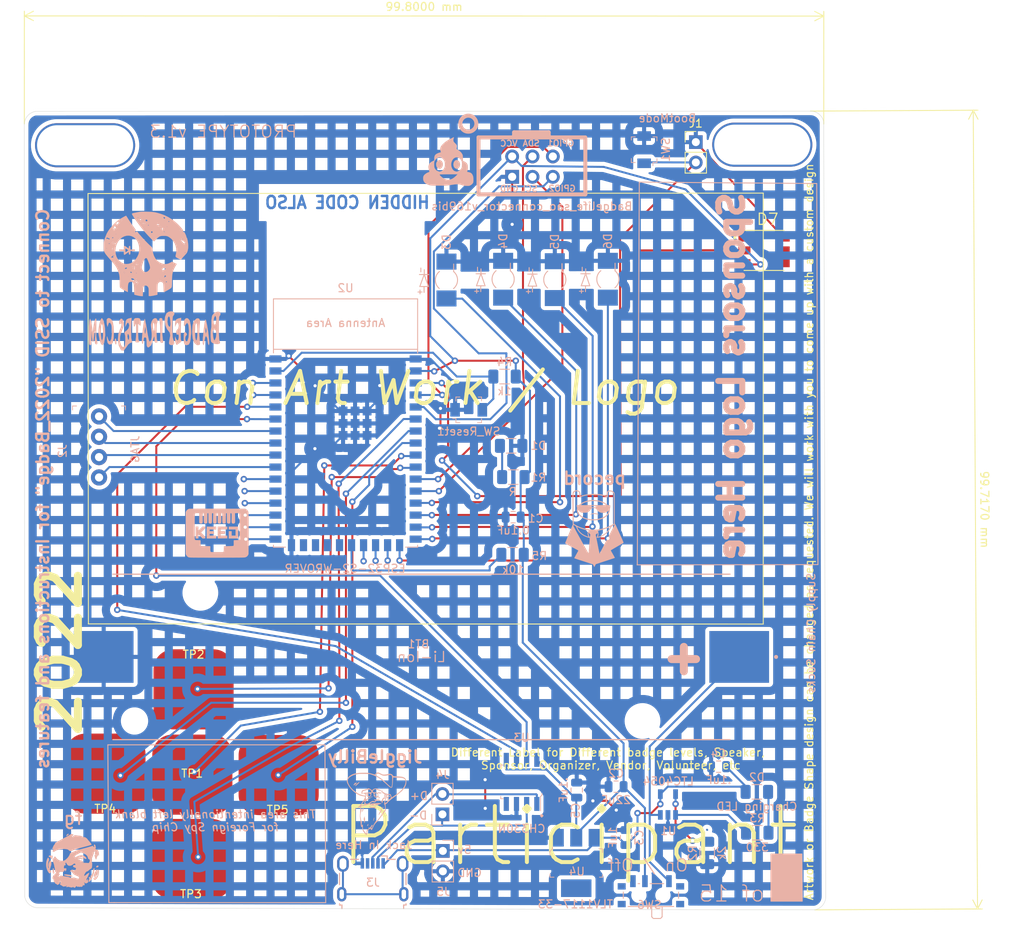
<source format=kicad_pcb>
(kicad_pcb (version 20211014) (generator pcbnew)
  (title_block (title "BadgePirates 2022 Prospect Board") (date "2021-12-29") (rev "1.3") (company "BadgePirates"))
  (layers (0 "F.Cu" signal) (31 "B.Cu" signal) (34 "B.Paste" user) (35 "F.Paste" user) (36 "B.SilkS" user "B.Silkscreen") (37 "F.SilkS" user "F.Silkscreen") (38 "B.Mask" user) (39 "F.Mask" user) (44 "Edge.Cuts" user))
  (net 0 "")
  (net 1 "GND")
  (net 2 "Net-(BT1-Pad1)")
  (net 3 "VCC")
  (net 4 "VBUS")
  (net 5 "D+")
  (net 6 "D-")
  (net 7 "Net-(D1-Pad2)")
  (net 8 "Net-(D2-Pad1)")
  (net 9 "IO10")
  (net 10 "IO11")
  (net 11 "IO12")
  (net 12 "IO13")
  (net 13 "Boot")
  (net 14 "IO39")
  (net 15 "IO40")
  (net 16 "IO41")
  (net 17 "IO42")
  (net 18 "Net-(R2-Pad1)")
  (net 19 "Net-(R3-Pad2)")
  (net 20 "Net-(R5-Pad1)")
  (net 21 "IO01")
  (net 22 "IO02")
  (net 23 "IO03")
  (net 24 "IO04")
  (net 25 "IO05")
  (net 26 "Net-(SW6-Pad3)")
  (net 27 "Net-(J3-Pad4)")
  (net 28 "IO14")
  (net 29 "IO06")
  (net 30 "IO07")
  (net 31 "IO08")
  (net 32 "IO09")
  (net 33 "Net-(U2-Pad23)")
  (net 34 "Net-(U2-Pad22)")
  (net 35 "Net-(U3-Pad4)")
  (net 36 "RESET")
  (net 37 "USB_TX_ESP_RX")
  (net 38 "USB_RX_ESP_TX")
  (net 39 "Net-(J3-Pad6)")
  (net 40 "Net-(U2-Pad40)")
  (net 41 "Net-(U2-Pad39)")
  (net 42 "Net-(U2-Pad32)")
  (net 43 "Net-(U2-Pad31)")
  (net 44 "Net-(U2-Pad30)")
  (net 45 "Net-(U2-Pad29)")
  (net 46 "Net-(U2-Pad28)")
  (net 47 "Net-(U2-Pad27)")
  (net 48 "Net-(U2-Pad25)")
  (net 49 "Net-(U2-Pad24)")
  (net 50 "Net-(U2-Pad20)")
  (net 51 "Net-(U2-Pad19)")
  (net 52 "Net-(U2-Pad18)")
  (net 53 "Net-(D7-Pad5)")
  (net 54 "Net-(D7-Pad1)")
  (footprint "BadgePirate:TouchPad_10x10mm" (layer "F.Cu") (at 93.1242 129.1512)
    (fp_text reference "TP1")
    (fp_text value "CT_Center" hide)
  )
  (footprint "BadgePirate:TouchPad_10x10mm" (layer "F.Cu") (at 93.2742 118.5012)
    (fp_text reference "TP2")
    (fp_text value "CT_Up" hide)
  )
  (footprint "BadgePirate:TouchPad_10x10mm" (layer "F.Cu") (at 93.15 139.525 180)
    (fp_text reference "TP3")
    (fp_text value "CT_Down" hide)
  )
  (footprint "BadgePirate:TouchPad_10x10mm" (layer "F.Cu") (at 82.4 129 90)
    (fp_text reference "TP4")
    (fp_text value "CT_Left" hide)
  )
  (footprint "BadgePirate:TouchPad_10x10mm" (layer "F.Cu") (at 103.8738 129.0742 -90)
    (fp_text reference "TP5")
    (fp_text value "CT_Right" hide)
  )
  (footprint "BadgePirate:Badgelife-SAOv169-BADGE-2x3_Back" (layer "F.Cu") (at 135.25 53.25)
    (fp_text reference "X1" hide)
    (fp_text value "Badgelife_sao_connector_v169bis")
  )
  (footprint "BadgePirate:PinHeader_1x02_P2.54mm_Vertical" (layer "F.Cu") (at 156.02966 50.10658)
    (fp_text reference "J1")
    (fp_text value "Conn_01x02_Female")
  )
  (footprint "BadgePiratesFootprints:Slot_12x5mm" (layer "F.Cu") (at 79.78648 50.47234)
    (fp_text reference "REF**" hide)
    (fp_text value "12x5 SLOT" hide)
  )
  (footprint "BadgePiratesFootprints:Slot_12x5mm" (layer "F.Cu") (at 164.325 50.3996)
    (fp_text reference "REF**" hide)
    (fp_text value "12x5 SLOT" hide)
  )
  (footprint "BadgePirateLogos:BPSkull_Distressed_10x10_BSILK" (layer "F.Cu") (at 87.35568 64.06134)
    (fp_text reference "G***" hide)
    (fp_text value "BP Logo" hide)
  )
  (footprint "BadgePirateLogos:FG_10x10_BSILK" (layer "F.Cu") (at 78.26502 139.61872)
    (fp_text reference "G***" hide)
    (fp_text value "fg")
  )
  (footprint "BadgePirateLogos:BadgePiratesURL_BSLK" (layer "F.Cu") (at 88.46312 74.39406)
    (fp_text reference "G***" hide)
    (fp_text value "LOGO" hide)
  )
  (footprint "BadgePirate:LED_COM-11821" (layer "F.Cu") (at 164.55 63.625)
    (fp_text reference "D7")
    (fp_text value "COM-11821")
  )
  (footprint "BadgePiratesLogos:NG_BSilk" (layer "F.Cu") (at 96.175 98.7)
    (fp_text reference "G***" hide)
    (fp_text value "NG_BSilk" hide)
  )
  (footprint "BadgePiratesLogos:Jiggle_10x15_BSILK" (layer "F.Cu") (at 116.075 131.975)
    (fp_text reference "G***" hide)
    (fp_text value "JiggleBilly")
  )
  (footprint "BadgePiratesLogos:pecord_10x10_BSLK" (layer "F.Cu") (at 143.375 98.375)
    (fp_text reference "G***" hide)
    (fp_text value "pecord")
  )
  (footprint "BadgePirate:Keystone-1042-0" (layer "B.Cu") (at 121.775 114.375 180)
    (fp_text reference "BT1")
    (fp_text value "Li-Ion")
  )
  (footprint "BadgePirate:C_0805_2012Metric" (layer "B.Cu") (at 133.225 96.925 180)
    (fp_text reference "C1")
    (fp_text value "0.1uF")
  )
  (footprint "BadgePirate:C_0805_2012Metric" (layer "B.Cu") (at 146.075 130.575 180)
    (fp_text reference "C2")
    (fp_text value "22uF")
  )
  (footprint "BadgePirate:C_0805_2012Metric" (layer "B.Cu") (at 147.325 136.925 90)
    (fp_text reference "C3")
    (fp_text value "1uF")
  )
  (footprint "BadgePirate:R_1206_3216Metric" (layer "B.Cu") (at 132.975 88.025 180)
    (fp_text reference "D1")
    (fp_text value "Pwr")
  )
  (footprint "BadgePirate:R_1206_3216Metric" (layer "B.Cu") (at 163.65 131.225 180)
    (fp_text reference "D2")
    (fp_text value "Charging LED")
  )
  (footprint "BadgePirate:LED_Osram_Lx_P47F_D2mm_ReverseMount_MaskNoHole" (layer "B.Cu") (at 124.9 67.325 -90)
    (fp_text reference "D3")
    (fp_text value "LED")
  )
  (footprint "BadgePirate:LED_Osram_Lx_P47F_D2mm_ReverseMount_MaskNoHole" (layer "B.Cu") (at 131.975 67.225 -90)
    (fp_text reference "D4")
    (fp_text value "LED")
  )
  (footprint "BadgePirate:LED_Osram_Lx_P47F_D2mm_ReverseMount_MaskNoHole" (layer "B.Cu") (at 138.425 67.275 -90)
    (fp_text reference "D5")
    (fp_text value "LED")
  )
  (footprint "BadgePirate:LED_Osram_Lx_P47F_D2mm_ReverseMount_MaskNoHole" (layer "B.Cu") (at 145.05 67.225 -90)
    (fp_text reference "D6")
    (fp_text value "LED")
  )
  (footprint "Digi:PinHeader_1x4_P2.54mm_Drill1.02mm" (layer "B.Cu") (at 81.525 84.35 -90)
    (fp_text reference "J2")
    (fp_text value "JTAG")
  )
  (footprint "BadgePirate:R_1206_3216Metric" (layer "B.Cu") (at 133.25 91.925 180)
    (fp_text reference "R1")
    (fp_text value "R")
  )
  (footprint "BadgePirate:R_1206_3216Metric" (layer "B.Cu") (at 157.45 138.85 -90)
    (fp_text reference "R2")
    (fp_text value "2k")
  )
  (footprint "BadgePirate:R_1206_3216Metric" (layer "B.Cu") (at 163.7 136.325 180)
    (fp_text reference "R3")
    (fp_text value "330")
  )
  (footprint "BadgePirate:R_1206_3216Metric" (layer "B.Cu") (at 132.15 79.375 180)
    (fp_text reference "R4")
    (fp_text value "1k")
  )
  (footprint "BadgePirate:R_1206_3216Metric" (layer "B.Cu") (at 133.15 101.625)
    (fp_text reference "R5")
    (fp_text value "10k")
  )
  (footprint "BadgePirate:SW_SPDT_PCM12" (layer "B.Cu") (at 150.425 143.8 180)
    (fp_text reference "SW6")
    (fp_text value "SW_SPDT")
  )
  (footprint "BadgePirate:LTC4054" (layer "B.Cu") (at 152.55 132.8 180)
    (fp_text reference "U1")
    (fp_text value "LTC4054")
  )
  (footprint "BadgePirate:ESP32-S2-WROVER" (layer "B.Cu") (at 112.3 88.325 180)
    (fp_text reference "U2")
    (fp_text value "ESP32-S2-WROVER")
  )
  (footprint "BadgePirate:USB_Micro-B_Wuerth_629105150521" (layer "B.Cu") (at 115.7 142.05 180)
    (fp_text reference "J3")
    (fp_text value "USB_B_Mini")
  )
  (footprint "BadgePirate:C_0805_2012Metric" (layer "B.Cu") (at 141.1605 131.0005 90)
    (fp_text reference "C5")
    (fp_text value ".1uF")
  )
  (footprint "BadgePirate:Switch_Tactile_SMD_B3U-1000P-BPVersion" (layer "B.Cu") (at 127.675 83.525)
    (fp_text reference "SW_Reset1")
    (fp_text value "Reset_Btn")
  )
  (footprint "BadgePirate:SOT-223" (layer "B.Cu") (at 141.1 140.1)
    (fp_text reference "U4")
    (fp_text value "TLV1117-33")
  )
  (footprint "BadgePirate:SOIC-8-1EP_W3.9mm" (layer "B.Cu") (at 134.275 129.975 180)
    (fp_text reference "U3")
    (fp_text value "CH330N")
  )
  (footprint "BadgePirate:C_0805_2012Metric" (layer "B.Cu") (at 158.875 128.075 180)
    (fp_text reference "C4")
    (fp_text value ".1uF")
  )
  (footprint "BadgePiratesFootprints:PinHeader_1x02_P2.54mm_Vertical" (layer "B.Cu") (at 124.3965 134.02818)
    (fp_text reference "J4")
    (fp_text value "Conn_01x02_Female")
  )
  (footprint "BadgePiratesFootprints:PinHeader_1x02_P2.54mm_Vertical" (layer "B.Cu") (at 124.4473 138.5951 180)
    (fp_text reference "J5")
    (fp_text value "Conn_01x02_Female")
  )
  (footprint "BadgePirateLogos:shi%%y" (layer "B.Cu") (at 125.09246 52.37734 180)
    (fp_text reference "G***" hide)
    (fp_text value "LOGO" hide)
  )
  (footprint "BadgePirate:Switch_Tactile_SMD_B3U-1000P-BPVersion" (layer "B.Cu") (at 149.575 51.05 90)
    (fp_text reference "SW1")
    (fp_text value "SW_SPST")
  )
  (gr_line (start 109.725 125.35) (end 82.625 125.35) (layer "B.SilkS") (width 0.12))
  (gr_line (start 82.75 145.05) (end 83.425 145.05) (layer "B.SilkS") (width 0.12))
  (gr_line (start 148.7 102.875) (end 171.275 102.85) (layer "B.SilkS") (width 0.12))
  (gr_line (start 82.625 125.35) (end 82.75 145.05) (layer "B.SilkS") (width 0.12))
  (gr_line (start 171.125 55.275) (end 148.975 55.1) (layer "B.SilkS") (width 0.12))
  (gr_poly (pts (xy 169.325 144.875) (xy 165.4 144.875) (xy 165.4 138.975) (xy 169.275 138.975)) (layer "B.SilkS") (width 0.1) (fill solid))
  (gr_line (start 171.275 102.85) (end 171.125 55.275) (layer "B.SilkS") (width 0.12))
  (gr_line (start 109.825 145.05) (end 109.725 125.35) (layer "B.SilkS") (width 0.12))
  (gr_line (start 148.975 55.1) (end 148.725 102.875) (layer "B.SilkS") (width 0.12))
  (gr_line (start 83.4 145.05) (end 109.825 145.05) (layer "B.SilkS") (width 0.12))
  (gr_line (start 80.2 110.2) (end 80.15 56.55) (layer "F.SilkS") (width 0.12))
  (gr_line (start 164.45 56.475) (end 164.45 110.175) (layer "F.SilkS") (width 0.12))
  (gr_line (start 80.15 56.525) (end 164.45 56.475) (layer "F.SilkS") (width 0.12))
  (gr_line (start 164.475 110.275) (end 80.175 110.25) (layer "F.SilkS") (width 0.12))
  (gr_line (start 73.9 145.690574) (end 154.859426 145.925) (layer "Edge.Cuts") (width 0.05))
  (gr_arc (start 172.25 144.3) (mid 171.864328 145.370898) (end 170.884426 145.95) (layer "Edge.Cuts") (width 0.05))
  (gr_line (start 172.25 144.3) (end 172 47.6) (layer "Edge.Cuts") (width 0.05))
  (gr_line (start 154.859426 145.925) (end 170.884426 145.95) (layer "Edge.Cuts") (width 0.05))
  (gr_arc (start 170.35 46.234426) (mid 171.420898 46.620098) (end 172 47.6) (layer "Edge.Cuts") (width 0.05))
  (gr_line (start 72.2 47.925) (end 72.25 144.325) (layer "Edge.Cuts") (width 0.05))
  (gr_arc (start 72.2 47.925) (mid 72.585672 46.854102) (end 73.565574 46.275) (layer "Edge.Cuts") (width 0.05))
  (gr_line (start 170.35 46.234426) (end 73.565574 46.275) (layer "Edge.Cuts") (width 0.05))
  (gr_arc (start 73.9 145.690574) (mid 72.829102 145.304902) (end 72.25 144.325) (layer "Edge.Cuts") (width 0.05))
  (gr_text "HIDDEN CODE ALSO" (at 112.525 57.65) (layer "B.Cu") (effects (font (size 1.5 1.4) (thickness 0.3)) (justify mirror)))
  (gr_text "BootMode" (at 152.475 47.125) (layer "B.SilkS") (effects (font (size 1 1)) (justify mirror)))
  (gr_text "D+" (at 121.45772 131.7244) (layer "B.SilkS") (effects (font (size 1 1)) (justify mirror)))
  (gr_text "5v" (at 127.16764 138.4427) (layer "B.SilkS") (effects (font (size 1 1)) (justify mirror)))
  (gr_text "Connect to SSID \"2022_Badge\" for Instructions and features\n" (at 74.5 93.375 90) (layer "B.SilkS") (effects (font (size 1.5 1.5) (thickness 0.3)) (justify mirror)))
  (gr_text "Supply Chain Sucks" (at 170.42638 111.39678 90) (layer "B.SilkS") (effects (font (size 1 1)) (justify mirror)))
  (gr_text "D-" (at 121.3739 134.1628) (layer "B.SilkS") (effects (font (size 1 1)) (justify mirror)))
  (gr_text "PROTOTYPE v1.3" (at 97.02292 48.79594) (layer "B.SilkS") (effects (font (size 1.5 1.5)) (justify mirror)))
  (gr_text "GND" (at 127.78486 141.33068) (layer "B.SilkS") (effects (font (size 1 1)) (justify mirror)))
  (gr_text "This area intentionally left blank \nfor Foreign Spy Chip " (at 95.7 134.825) (layer "B.SilkS") (effects (font (size 1 1) (thickness 0.15) italic) (justify mirror)))
  (gr_text "Jack In Here" (at 115.825 137.85) (layer "B.SilkS") (effects (font (size 1 1)) (justify mirror)))
  (gr_text "On / Off" (at 150.025 140.4) (layer "B.SilkS") (effects (font (size 1.5 1.5)) (justify mirror)))
  (gr_text "+" (at 154.5336 114.37112) (layer "B.SilkS") (effects (font (size 4 4) (thickness 1)) (justify mirror)))
  (gr_text "Sponsors Logo Here" (at 160.475 79.35 90) (layer "B.SilkS") (effects (font (size 3 3) (thickness 0.75)) (justify mirror)))
  (gr_text "of 15" (at 160.5 143.925) (layer "B.SilkS") (effects (font (size 2 2)) (justify mirror)))
  (gr_text "." (at 136.78916 132.96392) (layer "B.SilkS") (effects (font (size 3 3)) (justify mirror)))
  (gr_text "Participant" (at 140.275 136.775) (layer "F.SilkS") (effects (font (size 7 7) (thickness 0.5))))
  (gr_text "2022" (at 76.625 113.675 90) (layer "F.SilkS") (effects (font (size 5 5.5) (thickness 1))))
  (gr_text "Artwork or Badge Shape design can be changed as requested. We will work with you to come up with a custom design\n" (at 170.175 98.775 90) (layer "F.SilkS") (effects (font (size 1 1))))
  (gr_text "Con Art Work / Logo" (at 122.05 80.85) (layer "F.SilkS") (effects (font (size 4 4) (thickness 0.5) italic)))
  (gr_text "Different Label for Different badge levels, Speaker, \nSponsor, Organizer, Vendor, Volunteer, etc" (at 145.425 127.1) (layer "F.SilkS") (effects (font (size 1 1))))
  (dimension (type aligned) (layer "F.SilkS") (pts (xy 172 47.85) (xy 72.2 47.825)) (height 13.475) (gr_text "99.8000 mm" (at 122.103664 33.2125 -0.01435264988) (layer "F.SilkS") (effects (font (size 1 1) (thickness 0.15)))) (format (units 2) (units_format 1) (precision 4)) (style (thickness 0.12) (arrow_length 1.27) (text_position_mode 0) (extension_height 0.58642) (extension_offset 0) keep_text_aligned))
  (dimension (type aligned) (layer "F.SilkS") (pts (xy 170.884426 145.95) (xy 170.35 46.234426)) (height 20.314209) (gr_text "99.7170 mm" (at 192.081113 95.977177 -89.69292599) (layer "F.SilkS") (effects (font (size 1 1) (thickness 0.15)))) (format (units 2) (units_format 1) (precision 4)) (style (thickness 0.12) (arrow_length 1.27) (text_position_mode 0) (extension_height 0.58642) (extension_offset 0) keep_text_aligned))
  (segment (start 157.45 135.975) (end 157.425 135.95) (width 0.25) (layer "B.Cu") (net 0))
  (segment (start 133.1002 54.4384) (end 133.1002 60.3748) (width 0.25) (layer "F.Cu") (net 1))
  (segment (start 129.74066 129.7178) (end 129.72542 129.70256) (width 0.25) (layer "F.Cu") (net 1))
  (segment (start 143.17726 132.34416) (end 144.94764 132.34416) (width 0.25) (layer "F.Cu") (net 1))
  (segment (start 108.5 80.1) (end 108.5 80.525) (width 0.25) (layer "F.Cu") (net 1))
  (segment (start 105.2 76.8) (end 108.5 80.1) (width 0.25) (layer "F.Cu") (net 1))
  (segment (start 156.02966 50.10658) (end 167 62.025) (width 0.25) (layer "F.Cu") (net 1))
  (segment (start 129.74066 133.28142) (end 129.74066 129.7178) (width 0.25) (layer "F.Cu") (net 1))
  (segment (start 144.94764 132.34416) (end 146.1008 133.49732) (width 0.25) (layer "F.Cu") (net 1))
  (segment (start 124.15 85.7) (end 124.025 85.825) (width 0.25) (layer "F.Cu") (net 1))
  (segment (start 124.15 83.35) (end 124.15 85.7) (width 0.25) (layer "F.Cu") (net 1))
  (via (at 124.025 85.825) (size 0.8) (drill 0.4) (layers "F.Cu" "B.Cu") (net 1))
  (via (at 124.15 83.35) (size 0.8) (drill 0.4) (layers "F.Cu" "B.Cu") (net 1))
  (via (at 129.72542 129.70256) (size 0.8) (drill 0.4) (layers "F.Cu" "B.Cu") (net 1))
  (via (at 108.475 88.375) (size 0.8) (drill 0.4) (layers "F.Cu" "B.Cu") (net 1))
  (via (at 129.74066 133.28142) (size 0.8) (drill 0.4) (layers "F.Cu" "B.Cu") (net 1))
  (via (at 146.1008 133.49732) (size 0.8) (drill 0.4) (layers "F.Cu" "B.Cu") (net 1))
  (via (at 125.675 80.1) (size 0.8) (drill 0.4) (layers "F.Cu" "B.Cu") (net 1))
  (via (at 108.5 80.525) (size 0.8) (drill 0.4) (layers "F.Cu" "B.Cu") (net 1))
  (via (at 105.2 76.8) (size 0.8) (drill 0.4) (layers "F.Cu" "B.Cu") (net 1))
  (via (at 116.575 80.5) (size 0.8) (drill 0.4) (layers "F.Cu" "B.Cu") (net 1))
  (via (at 143.17726 132.34416) (size 0.8) (drill 0.4) (layers "F.Cu" "B.Cu") (net 1))
  (via (at 133.1002 60.3748) (size 0.8) (drill 0.4) (layers "F.Cu" "B.Cu") (net 1))
  (segment (start 121.05 77.175) (end 122.898002 77.175) (width 0.25) (layer "B.Cu") (net 1))
  (segment (start 111.65 83.675) (end 111.99 83.675) (width 0.25) (layer "B.Cu") (net 1))
  (segment (start 116.575 80.5) (end 119.9 77.175) (width 0.25) (layer "B.Cu") (net 1))
  (segment (start 104.825 77.175) (end 105.2 76.8) (width 0.25) (layer "B.Cu") (net 1))
  (segment (start 119.9 77.175) (end 121.05 77.175) (width 0.25) (layer "B.Cu") (net 1))
  (segment (start 125.675 81.825) (end 125.675 80.125) (width 0.25) (layer "B.Cu") (net 1))
  (segment (start 114.4 140.15) (end 114.4 139.03104) (width 0.25) (layer "B.Cu") (net 1))
  (segment (start 116.575 80.5) (end 116.575 82.09) (width 0.25) (layer "B.Cu") (net 1))
  (segment (start 111.99 83.675) (end 114.99 83.675) (width 0.25) (layer "B.Cu") (net 1))
  (segment (start 105.55 91.3) (end 108.475 88.375) (width 0.25) (layer "B.Cu") (net 1))
  (segment (start 124.15 83.35) (end 125.675 81.825) (width 0.25) (layer "B.Cu") (net 1))
  (segment (start 125.675 79.951998) (end 125.675 80.1) (width 0.25) (layer "B.Cu") (net 1))
  (segment (start 103.55 77.175) (end 104.825 77.175) (width 0.25) (layer "B.Cu") (net 1))
  (segment (start 108.475 88.375) (end 110.34 88.375) (width 0.25) (layer "B.Cu") (net 1))
  (segment (start 105.55 100.425) (end 105.55 91.3) (width 0.25) (layer "B.Cu") (net 1))
  (segment (start 114.99 85.225) (end 111.99 85.225) (width 0.25) (layer "B.Cu") (net 1))
  (segment (start 110.34 88.375) (end 111.99 86.725) (width 0.25) (layer "B.Cu") (net 1))
  (segment (start 111.99 86.725) (end 114.99 86.725) (width 0.25) (layer "B.Cu") (net 1))
  (segment (start 113.49 86.725) (end 113.49 83.675) (width 0.25) (layer "B.Cu") (net 1))
  (segment (start 116.575 82.09) (end 114.99 83.675) (width 0.25) (layer "B.Cu") (net 1))
  (segment (start 122.898002 77.175) (end 125.675 79.951998) (width 0.25) (layer "B.Cu") (net 1))
  (segment (start 108.5 80.525) (end 111.65 83.675) (width 0.25) (layer "B.Cu") (net 1))
  (segment (start 161.5 114.675) (end 161.4 114.775) (width 0.25) (layer "B.Cu") (net 2))
  (segment (start 151.6 134.1) (end 150.3 134.1) (width 0.25) (layer "B.Cu") (net 2))
  (segment (start 152.675 142.37) (end 150.275 139.97) (width 0.25) (layer "B.Cu") (net 2))
  (segment (start 150.275 139.97) (end 150.275 134.125) (width 0.25) (layer "B.Cu") (net 2))
  (segment (start 150.275 134.125) (end 150.275 125.545) (width 0.25) (layer "B.Cu") (net 2))
  (segment (start 161.425 114.6) (end 161.5 114.675) (width 0.25) (layer "B.Cu") (net 2))
  (segment (start 150.3 134.1) (end 150.275 134.125) (width 0.25) (layer "B.Cu") (net 2))
  (segment (start 150.275 125.545) (end 161.445 114.375) (width 0.25) (layer "B.Cu") (net 2))
  (segment (start 123.3 78.65) (end 123.375 78.725) (width 0.25) (layer "F.Cu") (net 3))
  (segment (start 125.95 77.4) (end 123.375 78.725) (width 0.25) (layer "F.Cu") (net 3))
  (segment (start 133.55 77.4) (end 125.95 77.4) (width 0.25) (layer "F.Cu") (net 3))
  (segment (start 162.25 65.375) (end 162.1 65.225) (width 0.25) (layer "F.Cu") (net 3))
  (segment (start 164.1 65.375) (end 162.25 65.375) (width 0.25) (layer "F.Cu") (net 3))
  (via (at 123.375 78.725) (size 0.8) (drill 0.4) (layers "F.Cu" "B.Cu") (net 3))
  (via (at 125.95 77.4) (size 0.8) (drill 0.4) (layers "F.Cu" "B.Cu") (net 3))
  (via (at 133.55 77.4) (size 0.8) (drill 0.4) (layers "F.Cu" "B.Cu") (net 3))
  (via (at 164.1 65.375) (size 0.8) (drill 0.4) (layers "F.Cu" "B.Cu") (net 3))
  (segment (start 133.55 77.4) (end 133.55 77.4) (width 0.25) (layer "B.Cu") (net 3))
  (segment (start 134.65 91.925) (end 135.32501 91.24999) (width 0.25) (layer "B.Cu") (net 3))
  (segment (start 141.1 136.95) (end 141.1 132.145) (width 0.25) (layer "B.Cu") (net 3))
  (segment (start 134.1625 96.925) (end 134.1625 92.4125) (width 0.25) (layer "B.Cu") (net 3))
  (segment (start 147.0125 130.575) (end 147.0125 125.177498) (width 0.25) (layer "B.Cu") (net 3))
  (segment (start 149.675 133.2375) (end 147.0125 130.575) (width 0.25) (layer "B.Cu") (net 3))
  (segment (start 141.1 132.145) (end 136.18 127.225) (width 0.25) (layer "B.Cu") (net 3))
  (segment (start 149.675 142.37) (end 149.675 133.2375) (width 0.25) (layer "B.Cu") (net 3))
  (segment (start 144.525 53.2) (end 154.731079 56.006079) (width 0.25) (layer "B.Cu") (net 3))
  (segment (start 141.1 136.4875) (end 141.1 136.95) (width 0.25) (layer "B.Cu") (net 3))
  (segment (start 137.39622 128.44272) (end 136.18 127.225) (width 0.25) (layer "B.Cu") (net 3))
  (segment (start 134.425 112.589998) (end 134.425 101.7) (width 0.25) (layer "B.Cu") (net 3))
  (segment (start 147.0125 125.177498) (end 134.425 112.589998) (width 0.25) (layer "B.Cu") (net 3))
  (segment (start 132.37 127.225) (end 132.37 128.42) (width 0.25) (layer "B.Cu") (net 3))
  (segment (start 135.32501 91.24999) (end 135.32501 81.15001) (width 0.25) (layer "B.Cu") (net 3))
  (segment (start 132.37 128.42) (end 132.375001 128.425001) (width 0.25) (layer "B.Cu") (net 3))
  (segment (start 133.55 79.375) (end 133.55 77.4) (width 0.25) (layer "B.Cu") (net 3))
  (segment (start 134.1625 92.4125) (end 134.65 91.925) (width 0.25) (layer "B.Cu") (net 3))
  (segment (start 132.375001 128.425001) (end 135.495001 128.425001) (width 0.25) (layer "B.Cu") (net 3))
  (segment (start 147.0125 130.575) (end 141.1 136.4875) (width 0.25) (layer "B.Cu") (net 3))
  (segment (start 135.495001 128.425001) (end 137.39622 128.44272) (width 0.25) (layer "B.Cu") (net 3))
  (segment (start 133.1002 51.8984) (end 122.87499 62.12361) (width 0.25) (layer "B.Cu") (net 3))
  (segment (start 134.55 97.3125) (end 134.1625 96.925) (width 0.25) (layer "B.Cu") (net 3))
  (segment (start 122.87499 62.12361) (end 122.87499 74.32499) (width 0.25) (layer "B.Cu") (net 3))
  (segment (start 133.1002 51.8984) (end 134.288801 53.087001) (width 0.25) (layer "B.Cu") (net 3))
  (segment (start 134.55 101.625) (end 134.55 97.3125) (width 0.25) (layer "B.Cu") (net 3))
  (segment (start 135.32501 81.15001) (end 133.55 79.375) (width 0.25) (layer "B.Cu") (net 3))
  (segment (start 134.288801 53.087001) (end 144.525 53.2) (width 0.25) (layer "B.Cu") (net 3))
  (segment (start 121.05 78.675) (end 123.325 78.675) (width 0.25) (layer "B.Cu") (net 3))
  (segment (start 123.325 78.675) (end 123.375 78.725) (width 0.25) (layer "B.Cu") (net 3))
  (segment (start 154.731079 56.006079) (end 164.1 65.375) (width 0.25) (layer "B.Cu") (net 3))
  (segment (start 122.87499 74.32499) (end 125.95 77.4) (width 0.25) (layer "B.Cu") (net 3))
  (segment (start 150.475 133.875) (end 151.6 132.75) (width 0.25) (layer "F.Cu") (net 4))
  (segment (start 148.75 133.875) (end 150.475 133.875) (width 0.25) (layer "F.Cu") (net 4))
  (via (at 148.75 133.875) (size 0.8) (drill 0.4) (layers "F.Cu" "B.Cu") (net 4))
  (via (at 151.6 132.75) (size 0.8) (drill 0.4) (layers "F.Cu" "B.Cu") (net 4))
  (segment (start 162.25 131.225) (end 161.599999 130.574999) (width 0.25) (layer "B.Cu") (net 4))
  (segment (start 161.599999 130.574999) (end 152.525001 130.574999) (width 0.25) (layer "B.Cu") (net 4))
  (segment (start 143.4 136.95) (end 146.4125 136.95) (width 0.25) (layer "B.Cu") (net 4))
  (segment (start 151.6 132.75) (end 151.6 131.5) (width 0.25) (layer "B.Cu") (net 4))
  (segment (start 142.475 138.5) (end 143.3 137.675) (width 0.25) (layer "B.Cu") (net 4))
  (segment (start 162.25 131.225) (end 162.25 130.5125) (width 0.25) (layer "B.Cu") (net 4))
  (segment (start 148.75 136.4375) (end 148.75 133.875) (width 0.25) (layer "B.Cu") (net 4))
  (segment (start 117.225001 140.199999) (end 118.775 138.5) (width 0.25) (layer "B.Cu") (net 4))
  (segment (start 152.525001 130.574999) (end 151.6 131.5) (width 0.25) (layer "B.Cu") (net 4))
  (segment (start 117.149999 140.264999) (end 117.214999 140.199999) (width 0.25) (layer "B.Cu") (net 4))
  (segment (start 118.775 138.5) (end 142.475 138.5) (width 0.25) (layer "B.Cu") (net 4))
  (segment (start 117.214999 140.199999) (end 117.225001 140.199999) (width 0.25) (layer "B.Cu") (net 4))
  (segment (start 162.25 130.5125) (end 159.8125 128.075) (width 0.25) (layer "B.Cu") (net 4))
  (segment (start 147.325 137.8625) (end 148.75 136.4375) (width 0.25) (layer "B.Cu") (net 4))
  (segment (start 146.4125 136.95) (end 147.325 137.8625) (width 0.25) (layer "B.Cu") (net 4))
  (segment (start 124.05 131.525) (end 123.514998 131.525) (width 0.25) (layer "B.Cu") (net 5))
  (segment (start 136.104999 131.524999) (end 123.775 131.525) (width 0.25) (layer "B.Cu") (net 5))
  (segment (start 136.18 131.6) (end 136.104999 131.524999) (width 0.25) (layer "B.Cu") (net 5))
  (segment (start 136.18 132.725) (end 136.18 131.6) (width 0.25) (layer "B.Cu") (net 5))
  (segment (start 123.514998 131.525) (end 115.65 139.389998) (width 0.25) (layer "B.Cu") (net 5))
  (segment (start 115.65 139.389998) (end 115.65 139.675) (width 0.25) (layer "B.Cu") (net 5))
  (segment (start 120.62206 135.44804) (end 124.358067 135.440087) (width 0.25) (layer "B.Cu") (net 6))
  (segment (start 124.358067 135.440087) (end 124.358067 134.066613) (width 0.25) (layer "B.Cu") (net 6))
  (segment (start 116.3574 139.39266) (end 120.62206 135.44804) (width 0.25) (layer "B.Cu") (net 6))
  (segment (start 116.354321 139.616719) (end 116.3574 139.39774) (width 0.25) (layer "B.Cu") (net 6))
  (segment (start 134.94004 135.41756) (end 134.91 133.85) (width 0.25) (layer "B.Cu") (net 6))
  (segment (start 134.91 133.85) (end 134.91 132.725) (width 0.25) (layer "B.Cu") (net 6))
  (segment (start 124.358067 135.440087) (end 134.94004 135.41756) (width 0.25) (layer "B.Cu") (net 6))
  (segment (start 124.358067 134.066613) (end 124.3965 134.02818) (width 0.25) (layer "B.Cu") (net 6))
  (segment (start 131.85 88.3) (end 131.575 88.025) (width 0.25) (layer "B.Cu") (net 7))
  (segment (start 131.85 91.925) (end 131.85 88.3) (width 0.25) (layer "B.Cu") (net 7))
  (segment (start 165.1 131.275) (end 165.05 131.225) (width 0.25) (layer "B.Cu") (net 8))
  (segment (start 165.1 136.325) (end 165.1 131.275) (width 0.25) (layer "B.Cu") (net 8))
  (segment (start 123.175004 95.05) (end 123.075 95.150004) (width 0.25) (layer "F.Cu") (net 9))
  (segment (start 139.075 95.05) (end 124.375 95.05) (width 0.25) (layer "F.Cu") (net 9))
  (segment (start 124.375 95.05) (end 123.175004 95.05) (width 0.25) (layer "F.Cu") (net 9))
  (via (at 123.075 95.150004) (size 0.8) (drill 0.4) (layers "F.Cu" "B.Cu") (net 9))
  (via (at 139.075 95.05) (size 0.8) (drill 0.4) (layers "F.Cu" "B.Cu") (net 9))
  (segment (start 139.075 81.851998) (end 139.075 95.05) (width 0.25) (layer "B.Cu") (net 9))
  (segment (start 124.925 69.65) (end 126.873002 69.65) (width 0.25) (layer "B.Cu") (net 9))
  (segment (start 123.075 95.150004) (end 121.074996 95.150004) (width 0.25) (layer "B.Cu") (net 9))
  (segment (start 126.873002 69.65) (end 139.075 81.851998) (width 0.25) (layer "B.Cu") (net 9))
  (segment (start 124.9 69.625) (end 124.925 69.65) (width 0.25) (layer "B.Cu") (net 9))
  (segment (start 121.074996 95.150004) (end 121.05 95.175) (width 0.25) (layer "B.Cu") (net 9))
  (segment (start 140.975 96.65) (end 123.175 96.65) (width 0.25) (layer "F.Cu") (net 10))
  (segment (start 141.05 96.575) (end 140.975 96.65) (width 0.25) (layer "F.Cu") (net 10))
  (via (at 123.075 96.675) (size 0.8) (drill 0.4) (layers "F.Cu" "B.Cu") (net 10))
  (via (at 141.05 96.575) (size 0.8) (drill 0.4) (layers "F.Cu" "B.Cu") (net 10))
  (segment (start 141.1 96.525) (end 141.1 78.65) (width 0.25) (layer "B.Cu") (net 10))
  (segment (start 123.075 96.675) (end 121.05 96.675) (width 0.25) (layer "B.Cu") (net 10))
  (segment (start 141.1 78.65) (end 131.975 69.525) (width 0.25) (layer "B.Cu") (net 10))
  (segment (start 143.125 98.1) (end 143.075 98.15) (width 0.25) (layer "F.Cu") (net 11))
  (segment (start 143.075 98.15) (end 123.425 98.15) (width 0.25) (layer "F.Cu") (net 11))
  (via (at 143.125 98.1) (size 0.8) (drill 0.4) (layers "F.Cu" "B.Cu") (net 11))
  (via (at 123.1 98.2) (size 0.8) (drill 0.4) (layers "F.Cu" "B.Cu") (net 11))
  (segment (start 123.1 98.2) (end 121.075 98.2) (width 0.25) (layer "B.Cu") (net 11))
  (segment (start 143.15 98.125) (end 143.15 74.3) (width 0.25) (layer "B.Cu") (net 11))
  (segment (start 143.15 74.3) (end 138.425 69.575) (width 0.25) (layer "B.Cu") (net 11))
  (segment (start 121.075 98.2) (end 121.05 98.175) (width 0.25) (layer "B.Cu") (net 11))
  (segment (start 123.2 99.575) (end 123.124991 99.650009) (width 0.25) (layer "F.Cu") (net 12))
  (segment (start 145.05 99.575) (end 123.2 99.575) (width 0.25) (layer "F.Cu") (net 12))
  (via (at 145.05 99.575) (size 0.8) (drill 0.4) (layers "F.Cu" "B.Cu") (net 12))
  (via (at 123.124991 99.650009) (size 0.8) (drill 0.4) (layers "F.Cu" "B.Cu") (net 12))
  (segment (start 145.05 69.525) (end 145.05 99.575) (width 0.25) (layer "B.Cu") (net 12))
  (segment (start 121.05 99.675) (end 123.1 99.675) (width 0.25) (layer "B.Cu") (net 12))
  (segment (start 123.1 99.675) (end 123.124991 99.650009) (width 0.25) (layer "B.Cu") (net 12))
  (segment (start 124.35 89.85) (end 124.35 89.85) (width 0.25) (layer "F.Cu") (net 13))
  (segment (start 146.575 62.10124) (end 156.02966 52.64658) (width 0.25) (layer "F.Cu") (net 13))
  (segment (start 125.100001 89.099999) (end 124.35 89.85) (width 0.25) (layer "F.Cu") (net 13))
  (segment (start 146.575 71.7) (end 146.575 62.10124) (width 0.25) (layer "F.Cu") (net 13))
  (segment (start 124.3 80.175) (end 125.100001 80.975001) (width 0.25) (layer "F.Cu") (net 13))
  (segment (start 128.75 94.3) (end 146.65 94.3) (width 0.25) (layer "F.Cu") (net 13))
  (segment (start 146.65 94.3) (end 146.575 71.7) (width 0.25) (layer "F.Cu") (net 13))
  (segment (start 125.100001 80.975001) (end 125.100001 89.099999) (width 0.25) (layer "F.Cu") (net 13))
  (via (at 128.75 94.3) (size 0.8) (drill 0.4) (layers "F.Cu" "B.Cu") (net 13))
  (via (at 124.3 80.175) (size 0.8) (drill 0.4) (layers "F.Cu" "B.Cu") (net 13))
  (via (at 124.35 89.85) (size 0.8) (drill 0.4) (layers "F.Cu" "B.Cu") (net 13))
  (segment (start 156.02966 52.64658) (end 149.575 52.625) (width 0.25) (layer "B.Cu") (net 13))
  (segment (start 124.35 89.85) (end 128.75 94.25) (width 0.25) (layer "B.Cu") (net 13))
  (segment (start 128.75 94.25) (end 128.75 94.3) (width 0.25) (layer "B.Cu") (net 13))
  (segment (start 121.05 80.175) (end 124.3 80.175) (width 0.25) (layer "B.Cu") (net 13))
  (segment (start 82.82 90.675) (end 81.525 91.97) (width 0.25) (layer "B.Cu") (net 14))
  (segment (start 103.55 90.675) (end 82.82 90.675) (width 0.25) (layer "B.Cu") (net 14))
  (segment (start 103.55 89.175) (end 81.78 89.175) (width 0.25) (layer "B.Cu") (net 15))
  (segment (start 81.78 89.175) (end 81.525 89.43) (width 0.25) (layer "B.Cu") (net 15))
  (segment (start 103.55 87.675) (end 82.31 87.675) (width 0.25) (layer "B.Cu") (net 16))
  (segment (start 82.31 87.675) (end 81.525 86.89) (width 0.25) (layer "B.Cu") (net 16))
  (segment (start 83.35 86.175) (end 81.525 84.35) (width 0.25) (layer "B.Cu") (net 17))
  (segment (start 103.55 86.175) (end 103.5 86.225) (width 0.25) (layer "B.Cu") (net 17))
  (segment (start 103.55 86.175) (end 83.35 86.175) (width 0.25) (layer "B.Cu") (net 17))
  (segment (start 153.5 135.2) (end 155.625 137.325) (width 0.25) (layer "F.Cu") (net 18))
  (segment (start 153.5 132.725) (end 153.5 135.2) (width 0.25) (layer "F.Cu") (net 18))
  (via (at 153.5 132.725) (size 0.8) (drill 0.4) (layers "F.Cu" "B.Cu") (net 18))
  (via (at 155.625 137.325) (size 0.8) (drill 0.4) (layers "F.Cu" "B.Cu") (net 18))
  (segment (start 157.325 137.325) (end 157.45 137.45) (width 0.25) (layer "B.Cu") (net 18))
  (segment (start 153.5 131.5) (end 153.5 132.725) (width 0.25) (layer "B.Cu") (net 18))
  (segment (start 155.625 137.325) (end 157.325 137.325) (width 0.25) (layer "B.Cu") (net 18))
  (segment (start 160.075 134.1) (end 162.3 136.325) (width 0.25) (layer "B.Cu") (net 19))
  (segment (start 153.5 134.1) (end 160.075 134.1) (width 0.25) (layer "B.Cu") (net 19))
  (segment (start 113.05 101.425) (end 113.06302 103.5812) (width 0.25) (layer "B.Cu") (net 20))
  (segment (start 130.29438 103.5812) (end 130.29438 103.08062) (width 0.25) (layer "B.Cu") (net 20))
  (segment (start 113.05 100.425) (end 113.05 101.425) (width 0.25) (layer "B.Cu") (net 20))
  (segment (start 130.29438 103.08062) (end 131.75 101.625) (width 0.25) (layer "B.Cu") (net 20))
  (segment (start 113.06302 103.5812) (end 130.29438 103.5812) (width 0.25) (layer "B.Cu") (net 20))
  (segment (start 132.529671 50.709799) (end 136.991599 50.709799) (width 0.25) (layer "F.Cu") (net 21))
  (segment (start 124.375 81.675) (end 122.649999 79.949999) (width 0.25) (layer "F.Cu") (net 21))
  (segment (start 136.991599 50.709799) (end 138.1802 51.8984) (width 0.25) (layer "F.Cu") (net 21))
  (segment (start 122.649999 79.949999) (end 122.649999 60.589471) (width 0.25) (layer "F.Cu") (net 21))
  (segment (start 122.649999 60.589471) (end 132.529671 50.709799) (width 0.25) (layer "F.Cu") (net 21))
  (via (at 124.375 81.675) (size 0.8) (drill 0.4) (layers "F.Cu" "B.Cu") (net 21))
  (segment (start 121.05 81.675) (end 124.375 81.675) (width 0.25) (layer "B.Cu") (net 21))
  (segment (start 130.375 84.7) (end 132.389999 82.685001) (width 0.25) (layer "B.Cu") (net 22))
  (segment (start 123.324999 63.764999) (end 131.462997 55.627001) (width 0.25) (layer "B.Cu") (net 22))
  (segment (start 136.991599 55.627001) (end 138.1802 54.4384) (width 0.25) (layer "B.Cu") (net 22))
  (segment (start 123.324999 70.885001) (end 123.324999 63.764999) (width 0.25) (layer "B.Cu") (net 22))
  (segment (start 121.05 83.175) (end 122.05 83.175) (width 0.25) (layer "B.Cu") (net 22))
  (segment (start 123.575001 84.700001) (end 130.375 84.7) (width 0.25) (layer "B.Cu") (net 22))
  (segment (start 132.375 76.475) (end 128.914998 76.475) (width 0.25) (layer "B.Cu") (net 22))
  (segment (start 131.462997 55.627001) (end 136.991599 55.627001) (width 0.25) (layer "B.Cu") (net 22))
  (segment (start 128.914998 76.475) (end 123.324999 70.885001) (width 0.25) (layer "B.Cu") (net 22))
  (segment (start 122.05 83.175) (end 123.575001 84.700001) (width 0.25) (layer "B.Cu") (net 22))
  (segment (start 132.4 82.675) (end 132.375 76.475) (width 0.25) (layer "B.Cu") (net 22))
  (segment (start 111.425 92.775) (end 111.45 92.75) (width 0.25) (layer "F.Cu") (net 23))
  (segment (start 111.525 122.35) (end 111.5441 118.61038) (width 0.25) (layer "F.Cu") (net 23))
  (segment (start 111.5441 118.61038) (end 111.425 92.775) (width 0.25) (layer "F.Cu") (net 23))
  (via (at 111.525 122.35) (size 0.8) (drill 0.4) (layers "F.Cu" "B.Cu") (net 23))
  (via (at 111.45 92.75) (size 0.8) (drill 0.4) (layers "F.Cu" "B.Cu") (net 23))
  (via (at 93.9 139.35) (size 0.8) (drill 0.4) (layers "F.Cu" "B.Cu") (net 23))
  (segment (start 111.45 92.75) (end 111.45 92.75) (width 0.25) (layer "B.Cu") (net 23))
  (segment (start 93.425 132.45) (end 93.9 139.35) (width 0.25) (layer "B.Cu") (net 23))
  (segment (start 117.175 87.125) (end 116.15 88.15) (width 0.25) (layer "B.Cu") (net 23))
  (segment (start 121.05 84.675) (end 119.55 84.675) (width 0.25) (layer "B.Cu") (net 23))
  (segment (start 119.55 84.675) (end 117.175 87.125) (width 0.25) (layer "B.Cu") (net 23))
  (segment (start 116.15 88.15) (end 111.45 92.75) (width 0.25) (layer "B.Cu") (net 23))
  (segment (start 111.525 122.35) (end 104.775 125.85) (width 0.25) (layer "B.Cu") (net 23))
  (segment (start 104.775 125.85) (end 93.425 132.45) (width 0.25) (layer "B.Cu") (net 23))
  (segment (start 112.35 120.1) (end 112.35 120.1) (width 0.25) (layer "F.Cu") (net 24))
  (segment (start 112.35 118.196412) (end 112.35 120.1) (width 0.25) (layer "F.Cu") (net 24))
  (segment (start 112.35 94) (end 112.35 118.196412) (width 0.25) (layer "F.Cu") (net 24))
  (via (at 84.2 129.175) (size 0.8) (drill 0.4) (layers "F.Cu" "B.Cu") (net 24))
  (via (at 112.35 94) (size 0.8) (drill 0.4) (layers "F.Cu" "B.Cu") (net 24))
  (via (at 112.35 120.1) (size 0.8) (drill 0.4) (layers "F.Cu" "B.Cu") (net 24))
  (segment (start 112.35 94) (end 112.35 94) (width 0.25) (layer "B.Cu") (net 24))
  (segment (start 121.05 86.175) (end 120.175 86.175) (width 0.25) (layer "B.Cu") (net 24))
  (segment (start 112.35 120.1) (end 95.525 120.1) (width 0.25) (layer "B.Cu") (net 24))
  (segment (start 120.175 86.175) (end 112.35 94) (width 0.25) (layer "B.Cu") (net 24))
  (segment (start 95.525 120.1) (end 84.2 129.175) (width 0.25) (layer "B.Cu") (net 24))
  (segment (start 113.15 123.1) (end 113.15 117.975) (width 0.25) (layer "F.Cu") (net 25))
  (segment (start 113.15 117.975) (end 113.15 118.032822) (width 0.25) (layer "F.Cu") (net 25))
  (segment (start 113.15 123.1) (end 113.15 123.1) (width 0.25) (layer "F.Cu") (net 25))
  (segment (start 113.15 95) (end 113.15 117.975) (width 0.25) (layer "F.Cu") (net 25))
  (via (at 113.15 95) (size 0.8) (drill 0.4) (layers "F.Cu" "B.Cu") (net 25))
  (via (at 113.15 123.1) (size 0.8) (drill 0.4) (layers "F.Cu" "B.Cu") (net 25))
  (via (at 103.9 129.125) (size 0.8) (drill 0.4) (layers "F.Cu" "B.Cu") (net 25))
  (segment (start 113.15 95) (end 113.15 95) (width 0.25) (layer "B.Cu") (net 25))
  (segment (start 119.38641 87.675) (end 115.25 91.81141) (width 0.25) (layer "B.Cu") (net 25))
  (segment (start 115.25 92.9) (end 113.15 95) (width 0.25) (layer "B.Cu") (net 25))
  (segment (start 115.25 91.81141) (end 115.25 92.9) (width 0.25) (layer "B.Cu") (net 25))
  (segment (start 103.9 129.125) (end 113.15 123.1) (width 0.25) (layer "B.Cu") (net 25))
  (segment (start 121.05 87.675) (end 119.38641 87.675) (width 0.25) (layer "B.Cu") (net 25))
  (segment (start 148.597501 102.34168) (end 148.45 63.625) (width 0.25) (layer "F.Cu") (net 28))
  (segment (start 148.45 63.625) (end 159.825 63.6) (width 0.25) (layer "F.Cu") (net 28))
  (segment (start 159.825 63.6) (end 162.1 63.625) (width 0.25) (layer "F.Cu") (net 28))
  (segment (start 119.04726 102.34168) (end 148.597501 102.34168) (width 0.25) (layer "F.Cu") (net 28))
  (via (at 119.04726 102.34168) (size 0.8) (drill 0.4) (layers "F.Cu" "B.Cu") (net 28))
  (segment (start 119.05 100.425) (end 119.04726 102.34168) (width 0.25) (layer "B.Cu") (net 28))
  (segment (start 118.075 90.475) (end 119.25 89.3) (width 0.25) (layer "F.Cu") (net 29))
  (segment (start 109.65 90.475) (end 109.65 90.475) (width 0.25) (layer "F.Cu") (net 29))
  (segment (start 109.1 121.225) (end 109.65 90.475) (width 0.25) (layer "F.Cu") (net 29))
  (segment (start 109.65 90.475) (end 118.075 90.475) (width 0.25) (layer "F.Cu") (net 29))
  (via (at 109.1 121.225) (size 0.8) (drill 0.4) (layers "F.Cu" "B.Cu") (net 29))
  (via (at 119.25 89.3) (size 0.8) (drill 0.4) (layers "F.Cu" "B.Cu") (net 29))
  (via (at 93.425 128.725) (size 0.8) (drill 0.4) (layers "F.Cu" "B.Cu") (net 29))
  (via (at 109.65 90.475) (size 0.8) (drill 0.4) (layers "F.Cu" "B.Cu") (net 29))
  (segment (start 109.65 90.475) (end 109.65 90.475) (width 0.25) (layer "B.Cu") (net 29))
  (segment (start 99.225 122.95) (end 93.425 128.725) (width 0.25) (layer "B.Cu") (net 29))
  (segment (start 109.1 121.225) (end 99.225643 122.949357) (width 0.25) (layer "B.Cu") (net 29))
  (segment (start 120.925 89.3) (end 121.05 89.175) (width 0.25) (layer "B.Cu") (net 29))
  (segment (start 119.25 89.3) (end 120.925 89.3) (width 0.25) (layer "B.Cu") (net 29))
  (segment (start 118.04999 90.92501) (end 118.97499 90.92501) (width 0.25) (layer "F.Cu") (net 30))
  (segment (start 110.575 91.925) (end 110.175 118.3) (width 0.25) (layer "F.Cu") (net 30))
  (segment (start 110.575 91.925) (end 117.05 91.925) (width 0.25) (layer "F.Cu") (net 30))
  (segment (start 117.05 91.925) (end 118.04999 90.92501) (width 0.25) (layer "F.Cu") (net 30))
  (segment (start 110.575 91.925) (end 110.575 91.925) (width 0.25) (layer "F.Cu") (net 30))
  (segment (start 118.97499 90.92501) (end 119.125 90.775) (width 0.25) (layer "F.Cu") (net 30))
  (via (at 110.175 118.3) (size 0.8) (drill 0.4) (layers "F.Cu" "B.Cu") (net 30))
  (via (at 119.125 90.775) (size 0.8) (drill 0.4) (layers "F.Cu" "B.Cu") (net 30))
  (via (at 93.825 118.375) (size 0.8) (drill 0.4) (layers "F.Cu" "B.Cu") (net 30))
  (via (at 110.575 91.925) (size 0.8) (drill 0.4) (layers "F.Cu" "B.Cu") (net 30))
  (segment (start 110.575 91.925) (end 110.575 91.925) (width 0.25) (layer "B.Cu") (net 30))
  (segment (start 93.825 118.375) (end 110.175 118.3) (width 0.25) (layer "B.Cu") (net 30))
  (segment (start 119.125 90.775) (end 120.95 90.775) (width 0.25) (layer "B.Cu") (net 30))
  (segment (start 120.95 90.775) (end 121.05 90.675) (width 0.25) (layer "B.Cu") (net 30))
  (segment (start 134.451599 78.476599) (end 134.451599 53.087001) (width 0.25) (layer "F.Cu") (net 31))
  (segment (start 134.451599 53.087001) (end 135.6402 51.8984) (width 0.25) (layer "F.Cu") (net 31))
  (segment (start 123.85 92.175) (end 134.625 81.625) (width 0.25) (layer "F.Cu") (net 31))
  (segment (start 134.625 81.625) (end 134.451599 78.476599) (width 0.25) (layer "F.Cu") (net 31))
  (via (at 123.85 92.175) (size 0.8) (drill 0.4) (layers "F.Cu" "B.Cu") (net 31))
  (segment (start 121.05 92.175) (end 123.85 92.175) (width 0.25) (layer "B.Cu") (net 31))
  (segment (start 139.368801 58.167001) (end 135.6402 54.4384) (width 0.25) (layer "F.Cu") (net 32))
  (segment (start 123.95 93.675) (end 139.368801 78.256199) (width 0.25) (layer "F.Cu") (net 32))
  (segment (start 139.368801 78.256199) (end 139.368801 58.167001) (width 0.25) (layer "F.Cu") (net 32))
  (via (at 123.95 93.675) (size 0.8) (drill 0.4) (layers "F.Cu" "B.Cu") (net 32))
  (segment (start 121.05 93.675) (end 123.95 93.675) (width 0.25) (layer "B.Cu") (net 32))
  (segment (start 110.125 100.5) (end 110.05 100.425) (width 0.25) (layer "B.Cu") (net 33))
  (segment (start 104.55 78.675) (end 103.55 78.675) (width 0.25) (layer "B.Cu") (net 36))
  (segment (start 130.75 79.375) (end 126.18859 79.375) (width 0.25) (layer "B.Cu") (net 36))
  (segment (start 130.75 82.15) (end 129.375 83.525) (width 0.25) (layer "B.Cu") (net 36))
  (segment (start 106.825 76.4) (end 104.55 78.675) (width 0.25) (layer "B.Cu") (net 36))
  (segment (start 123.21359 76.4) (end 106.825 76.4) (width 0.25) (layer "B.Cu") (net 36))
  (segment (start 126.18859 79.375) (end 123.21359 76.4) (width 0.25) (layer "B.Cu") (net 36))
  (segment (start 130.75 79.375) (end 130.75 82.15) (width 0.25) (layer "B.Cu") (net 36))
  (segment (start 92.25 83.15) (end 100.025 83.15) (width 0.25) (layer "F.Cu") (net 37))
  (segment (start 83.8 108.5) (end 83.8 91.6) (width 0.25) (layer "F.Cu") (net 37))
  (segment (start 83.8 91.6) (end 92.25 83.15) (width 0.25) (layer "F.Cu") (net 37))
  (via (at 100.025 83.15) (size 0.8) (drill 0.4) (layers "F.Cu" "B.Cu") (net 37))
  (via (at 83.8 108.5) (size 0.8) (drill 0.4) (layers "F.Cu" "B.Cu") (net 37))
  (segment (start 83.8 108.5) (end 83.8 108.5) (width 0.25) (layer "B.Cu") (net 37))
  (segment (start 103.525 83.15) (end 103.55 83.175) (width 0.25) (layer "B.Cu") (net 37))
  (segment (start 111.075 113.025) (end 83.8 108.5) (width 0.25) (layer "B.Cu") (net 37))
  (segment (start 133.64 126.1) (end 111.075 113.025) (width 0.25) (layer "B.Cu") (net 37))
  (segment (start 133.64 127.225) (end 133.64 126.1) (width 0.25) (layer "B.Cu") (net 37))
  (segment (start 103.525 83.2) (end 103.55 83.175) (width 0.25) (layer "B.Cu") (net 37))
  (segment (start 100.025 83.15) (end 103.525 83.15) (width 0.25) (layer "B.Cu") (net 37))
  (segment (start 99.99472 84.6836) (end 92.05 84.7) (width 0.25) (layer "F.Cu") (net 38))
  (segment (start 92.05 84.7) (end 88.675 88.075) (width 0.25) (layer "F.Cu") (net 38))
  (segment (start 88.675 88.075) (end 88.675 104.225) (width 0.25) (layer "F.Cu") (net 38))
  (via (at 88.675 104.225) (size 0.8) (drill 0.4) (layers "F.Cu" "B.Cu") (net 38))
  (via (at 99.99472 84.6836) (size 0.8) (drill 0.4) (layers "F.Cu" "B.Cu") (net 38))
  (segment (start 88.675 104.225) (end 88.5 104.225) (width 0.25) (layer "B.Cu") (net 38))
  (segment (start 99.99472 84.6836) (end 103.525 84.7) (width 0.25) (layer "B.Cu") (net 38))
  (segment (start 116.625 104.225) (end 88.675 104.225) (width 0.25) (layer "B.Cu") (net 38))
  (segment (start 134.91 122.51) (end 116.625 104.225) (width 0.25) (layer "B.Cu") (net 38))
  (segment (start 103.525 84.7) (end 103.55 84.675) (width 0.25) (layer "B.Cu") (net 38))
  (segment (start 134.91 127.225) (end 134.91 122.51) (width 0.25) (layer "B.Cu") (net 38))
  (segment (start 119.425 140.2) (end 119.425 143.85) (width 0.25) (layer "B.Cu") (net 39))
  (segment (start 111.975 140.2) (end 111.975 143.85) (width 0.25) (layer "B.Cu") (net 39))
  (segment (start 111.975 143.85) (end 111.825 144) (width 0.25) (layer "B.Cu") (net 39))
  (segment (start 119.425 143.85) (end 119.575 144) (width 0.25) (layer "B.Cu") (net 39))
  (segment (start 119.575 144) (end 111.825 144) (width 0.25) (layer "B.Cu") (net 39))
  (via (at 100.725 80.175) (size 0.8) (drill 0.4) (layers "F.Cu" "B.Cu") (net 40))
  (segment (start 103.55 80.175) (end 100.725 80.175) (width 0.25) (layer "B.Cu") (net 40))
  (via (at 100.775 81.675) (size 0.8) (drill 0.4) (layers "F.Cu" "B.Cu") (net 41))
  (segment (start 103.55 81.675) (end 100.775 81.675) (width 0.25) (layer "B.Cu") (net 41))
  (via (at 99.6 92.175) (size 0.8) (drill 0.4) (layers "F.Cu" "B.Cu") (net 42))
  (segment (start 103.55 92.175) (end 99.6 92.175) (width 0.25) (layer "B.Cu") (net 42))
  (via (at 99.7 93.675) (size 0.8) (drill 0.4) (layers "F.Cu" "B.Cu") (net 43))
  (segment (start 103.55 93.675) (end 99.7 93.675) (width 0.25) (layer "B.Cu") (net 43))
  (via (at 99.725 95.175) (size 0.8) (drill 0.4) (layers "F.Cu" "B.Cu") (net 44))
  (segment (start 103.55 95.175) (end 99.725 95.175) (width 0.25) (layer "B.Cu") (net 44))
  (via (at 99.775 96.675) (size 0.8) (drill 0.4) (layers "F.Cu" "B.Cu") (net 45))
  (segment (start 103.55 96.675) (end 99.775 96.675) (width 0.25) (layer "B.Cu") (net 45))
  (via (at 99.775 98.175) (size 0.8) (drill 0.4) (layers "F.Cu" "B.Cu") (net 46))
  (segment (start 103.55 98.175) (end 99.775 98.175) (width 0.25) (layer "B.Cu") (net 46))
  (via (at 99.85 99.675) (size 0.8) (drill 0.4) (layers "F.Cu" "B.Cu") (net 47))
  (segment (start 103.55 99.675) (end 99.85 99.675) (width 0.25) (layer "B.Cu") (net 47))
  (via (at 114.554 102.42042) (size 0.8) (drill 0.4) (layers "F.Cu" "B.Cu") (net 50))
  (segment (start 114.55 100.425) (end 114.554 102.42042) (width 0.25) (layer "B.Cu") (net 50))
  (via (at 116.0526 102.37216) (size 0.8) (drill 0.4) (layers "F.Cu" "B.Cu") (net 51))
  (segment (start 116.05 100.425) (end 116.0526 102.37216) (width 0.25) (layer "B.Cu") (net 51))
  (via (at 117.55882 102.34168) (size 0.8) (drill 0.4) (layers "F.Cu" "B.Cu") (net 52))
  (segment (start 117.55 100.425) (end 117.55882 102.34168) (width 0.25) (layer "B.Cu") (net 52))
  (zone (net 0) (net_name "") (layers F&B.Cu) (connect_pads (clearance 0)) (min_thickness 0.254)
    (keepout (tracks not_allowed) (vias not_allowed) (pads allowed) (copperpour not_allowed) (footprints allowed))
    (fill (thermal_gap 0.508) (thermal_bridge_width 0.508))
    (polygon (pts (xy 122.075 76) (xy 102.475 76) (xy 102.45 59.775) (xy 122.175 59.775)))
  )
  (zone (net 1) (net_name "GND") (layer "B.Cu") (connect_pads (clearance 0.508)) (min_thickness 0.254) (fill yes (mode hatch) (thermal_gap 0.508) (thermal_bridge_width 0.508) (hatch_thickness 1.016) (hatch_gap 1.524) (hatch_orientation 0) (hatch_border_algorithm hatch_thickness) (hatch_min_hole_area 0.3))
    (polygon (pts (xy 173.8122 147.61464) (xy 69.2 147.775) (xy 69.31406 46.26864) (xy 69.16166 43.83024) (xy 173.95 43.925)))
  )
  (zone (net 0) (net_name "") (layer "B.Cu") (connect_pads (clearance 0)) (min_thickness 0.254)
    (keepout (tracks not_allowed) (vias not_allowed) (pads allowed) (copperpour not_allowed) (footprints allowed))
    (fill (thermal_gap 0.508) (thermal_bridge_width 0.508))
    (polygon (pts (xy 146.45 68.425) (xy 123.675 68.4) (xy 123.7 66.3) (xy 146.4 66.2)))
  )
)
</source>
